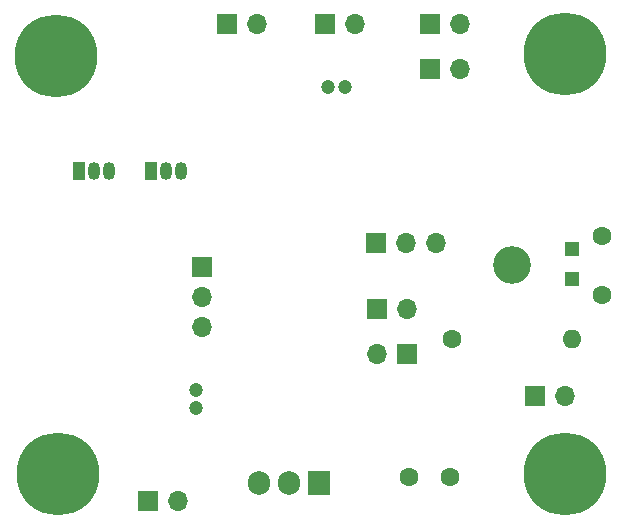
<source format=gbr>
%TF.GenerationSoftware,KiCad,Pcbnew,5.1.9-73d0e3b20d~88~ubuntu20.04.1*%
%TF.CreationDate,2021-04-18T23:12:54+02:00*%
%TF.ProjectId,interrupter,696e7465-7272-4757-9074-65722e6b6963,rev?*%
%TF.SameCoordinates,Original*%
%TF.FileFunction,Soldermask,Bot*%
%TF.FilePolarity,Negative*%
%FSLAX46Y46*%
G04 Gerber Fmt 4.6, Leading zero omitted, Abs format (unit mm)*
G04 Created by KiCad (PCBNEW 5.1.9-73d0e3b20d~88~ubuntu20.04.1) date 2021-04-18 23:12:54*
%MOMM*%
%LPD*%
G01*
G04 APERTURE LIST*
%ADD10O,1.700000X1.700000*%
%ADD11R,1.700000X1.700000*%
%ADD12C,7.000000*%
%ADD13C,3.200000*%
%ADD14C,1.600000*%
%ADD15R,1.208000X1.208000*%
%ADD16O,1.905000X2.000000*%
%ADD17R,1.905000X2.000000*%
%ADD18O,1.600000X1.600000*%
%ADD19R,1.050000X1.500000*%
%ADD20O,1.050000X1.500000*%
%ADD21C,1.200000*%
G04 APERTURE END LIST*
D10*
%TO.C,J2*%
X188214000Y-117856000D03*
D11*
X185674000Y-117856000D03*
%TD*%
D12*
%TO.C,REF\u002A\u002A*%
X220980000Y-115570000D03*
%TD*%
%TO.C,REF\u002A\u002A*%
X178054000Y-115570000D03*
%TD*%
D10*
%TO.C,J3*%
X194945000Y-77470000D03*
D11*
X192405000Y-77470000D03*
%TD*%
D12*
%TO.C,REF\u002A\u002A*%
X177927000Y-80137000D03*
%TD*%
%TO.C,REF\u002A\u002A*%
X220980000Y-80010000D03*
%TD*%
D13*
%TO.C,U6*%
X216515000Y-97890000D03*
D14*
X224115000Y-100390000D03*
X224115000Y-95390000D03*
D15*
X221615000Y-99090000D03*
X221615000Y-96490000D03*
%TD*%
D16*
%TO.C,U1*%
X195072000Y-116332000D03*
X197612000Y-116332000D03*
D17*
X200152000Y-116332000D03*
%TD*%
D18*
%TO.C,R14*%
X221615000Y-104140000D03*
D14*
X211455000Y-104140000D03*
%TD*%
D19*
%TO.C,Q2*%
X185928000Y-89916000D03*
D20*
X188468000Y-89916000D03*
X187198000Y-89916000D03*
%TD*%
D19*
%TO.C,Q1*%
X179832000Y-89916000D03*
D20*
X182372000Y-89916000D03*
X181102000Y-89916000D03*
%TD*%
D10*
%TO.C,J10*%
X207645000Y-101600000D03*
D11*
X205105000Y-101600000D03*
%TD*%
D10*
%TO.C,J8*%
X210058000Y-96012000D03*
X207518000Y-96012000D03*
D11*
X204978000Y-96012000D03*
%TD*%
D10*
%TO.C,J7*%
X205105000Y-105410000D03*
D11*
X207645000Y-105410000D03*
%TD*%
D10*
%TO.C,J6*%
X212090000Y-81280000D03*
D11*
X209550000Y-81280000D03*
%TD*%
D10*
%TO.C,J5*%
X212090000Y-77470000D03*
D11*
X209550000Y-77470000D03*
%TD*%
D10*
%TO.C,J4*%
X190246000Y-103124000D03*
X190246000Y-100584000D03*
D11*
X190246000Y-98044000D03*
%TD*%
D10*
%TO.C,J1*%
X220980000Y-108966000D03*
D11*
X218440000Y-108966000D03*
%TD*%
D14*
%TO.C,C9*%
X211272000Y-115824000D03*
X207772000Y-115824000D03*
%TD*%
D21*
%TO.C,C6*%
X189738000Y-108482000D03*
X189738000Y-109982000D03*
%TD*%
%TO.C,C4*%
X202414000Y-82804000D03*
X200914000Y-82804000D03*
%TD*%
D10*
%TO.C,J9*%
X203200000Y-77470000D03*
D11*
X200660000Y-77470000D03*
%TD*%
M02*

</source>
